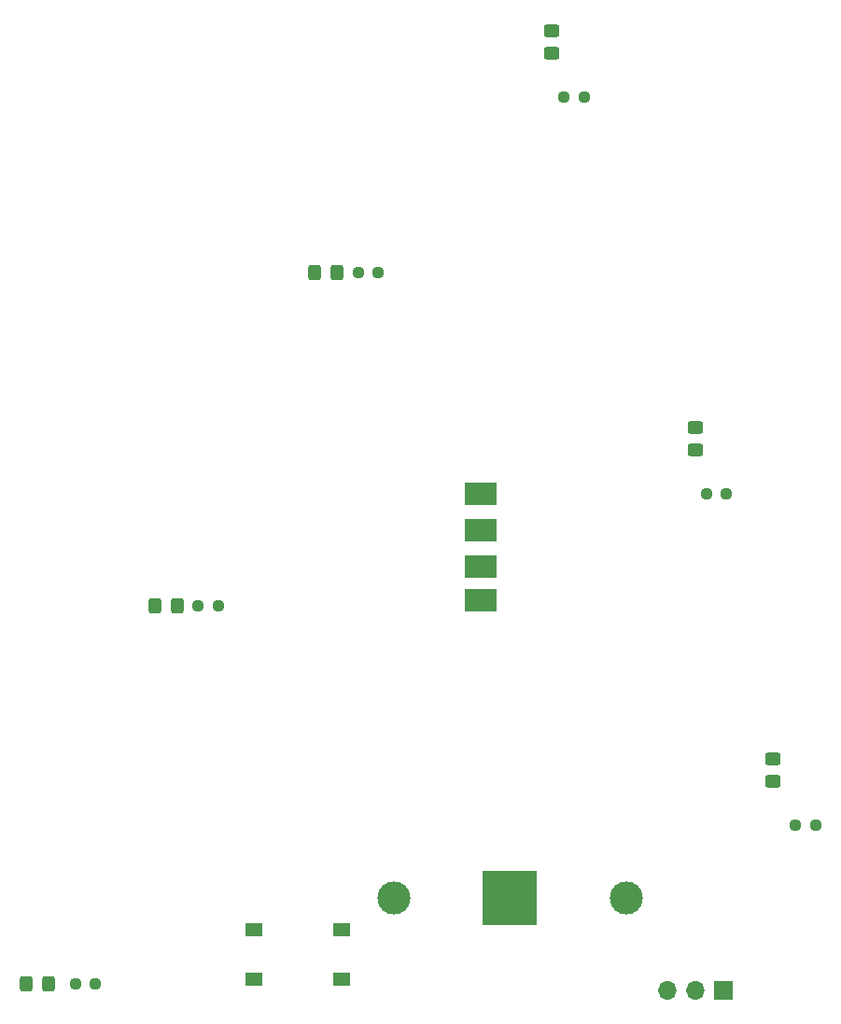
<source format=gts>
%TF.GenerationSoftware,KiCad,Pcbnew,7.0.8*%
%TF.CreationDate,2024-03-10T12:53:15+01:00*%
%TF.ProjectId,PCB_Christmas_Tree,5043425f-4368-4726-9973-746d61735f54,rev?*%
%TF.SameCoordinates,Original*%
%TF.FileFunction,Soldermask,Top*%
%TF.FilePolarity,Negative*%
%FSLAX46Y46*%
G04 Gerber Fmt 4.6, Leading zero omitted, Abs format (unit mm)*
G04 Created by KiCad (PCBNEW 7.0.8) date 2024-03-10 12:53:15*
%MOMM*%
%LPD*%
G01*
G04 APERTURE LIST*
G04 Aperture macros list*
%AMRoundRect*
0 Rectangle with rounded corners*
0 $1 Rounding radius*
0 $2 $3 $4 $5 $6 $7 $8 $9 X,Y pos of 4 corners*
0 Add a 4 corners polygon primitive as box body*
4,1,4,$2,$3,$4,$5,$6,$7,$8,$9,$2,$3,0*
0 Add four circle primitives for the rounded corners*
1,1,$1+$1,$2,$3*
1,1,$1+$1,$4,$5*
1,1,$1+$1,$6,$7*
1,1,$1+$1,$8,$9*
0 Add four rect primitives between the rounded corners*
20,1,$1+$1,$2,$3,$4,$5,0*
20,1,$1+$1,$4,$5,$6,$7,0*
20,1,$1+$1,$6,$7,$8,$9,0*
20,1,$1+$1,$8,$9,$2,$3,0*%
G04 Aperture macros list end*
%ADD10R,3.000000X2.000000*%
%ADD11RoundRect,0.250000X0.450000X-0.325000X0.450000X0.325000X-0.450000X0.325000X-0.450000X-0.325000X0*%
%ADD12RoundRect,0.237500X-0.250000X-0.237500X0.250000X-0.237500X0.250000X0.237500X-0.250000X0.237500X0*%
%ADD13RoundRect,0.250000X0.325000X0.450000X-0.325000X0.450000X-0.325000X-0.450000X0.325000X-0.450000X0*%
%ADD14C,3.000000*%
%ADD15R,5.000000X5.000000*%
%ADD16R,1.550000X1.300000*%
%ADD17R,1.700000X1.700000*%
%ADD18O,1.700000X1.700000*%
G04 APERTURE END LIST*
D10*
%TO.C,J7*%
X93500000Y-93968000D03*
X93500000Y-97270000D03*
X93500000Y-100572000D03*
X93500000Y-103620000D03*
%TD*%
D11*
%TO.C,D21*%
X113000000Y-90025000D03*
X113000000Y-87975000D03*
%TD*%
D12*
%TO.C,R26*%
X114000000Y-94000000D03*
X115825000Y-94000000D03*
%TD*%
%TO.C,R27*%
X56745500Y-138430000D03*
X58570500Y-138430000D03*
%TD*%
D13*
%TO.C,D23*%
X66040000Y-104140000D03*
X63990000Y-104140000D03*
%TD*%
%TO.C,D10*%
X80527000Y-73914000D03*
X78477000Y-73914000D03*
%TD*%
D12*
%TO.C,R15*%
X82399500Y-73914000D03*
X84224500Y-73914000D03*
%TD*%
D11*
%TO.C,D12*%
X100000000Y-54025000D03*
X100000000Y-51975000D03*
%TD*%
%TO.C,D18*%
X120000000Y-120025000D03*
X120000000Y-117975000D03*
%TD*%
D14*
%TO.C,J2*%
X85644000Y-130627000D03*
X106726000Y-130627000D03*
D15*
X96185000Y-130627000D03*
%TD*%
D12*
%TO.C,R28*%
X67902500Y-104140000D03*
X69727500Y-104140000D03*
%TD*%
D13*
%TO.C,D22*%
X54365000Y-138430000D03*
X52315000Y-138430000D03*
%TD*%
D12*
%TO.C,R17*%
X101087500Y-58000000D03*
X102912500Y-58000000D03*
%TD*%
D16*
%TO.C,SW1*%
X80937000Y-138013000D03*
X72987000Y-138013000D03*
X80937000Y-133513000D03*
X72987000Y-133513000D03*
%TD*%
D12*
%TO.C,R23*%
X122087500Y-124000000D03*
X123912500Y-124000000D03*
%TD*%
D17*
%TO.C,J1*%
X115525000Y-139000000D03*
D18*
X112985000Y-139000000D03*
X110445000Y-139000000D03*
%TD*%
M02*

</source>
